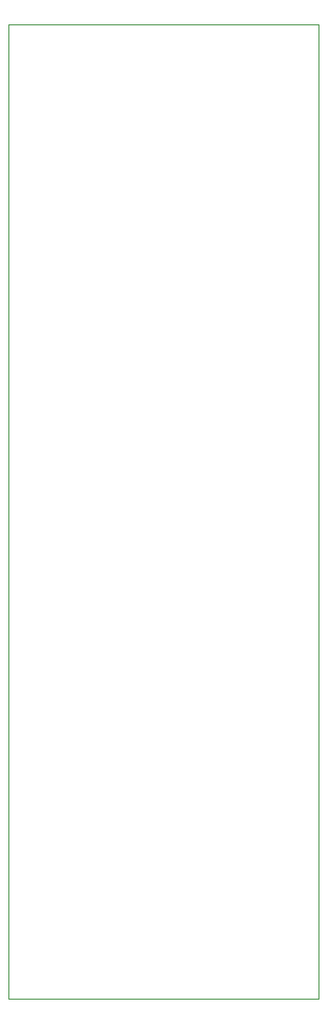
<source format=gm1>
%TF.GenerationSoftware,KiCad,Pcbnew,(6.0.1)*%
%TF.CreationDate,2022-11-10T20:04:28-05:00*%
%TF.ProjectId,ER-VCA2-01-CTRLS,45522d56-4341-4322-9d30-312d4354524c,1*%
%TF.SameCoordinates,Original*%
%TF.FileFunction,Profile,NP*%
%FSLAX46Y46*%
G04 Gerber Fmt 4.6, Leading zero omitted, Abs format (unit mm)*
G04 Created by KiCad (PCBNEW (6.0.1)) date 2022-11-10 20:04:28*
%MOMM*%
%LPD*%
G01*
G04 APERTURE LIST*
%TA.AperFunction,Profile*%
%ADD10C,0.100000*%
%TD*%
G04 APERTURE END LIST*
D10*
X36000000Y-27500000D02*
X64000000Y-27500000D01*
X64000000Y-27500000D02*
X64000000Y-115500000D01*
X64000000Y-115500000D02*
X36000000Y-115500000D01*
X36000000Y-115500000D02*
X36000000Y-27500000D01*
M02*

</source>
